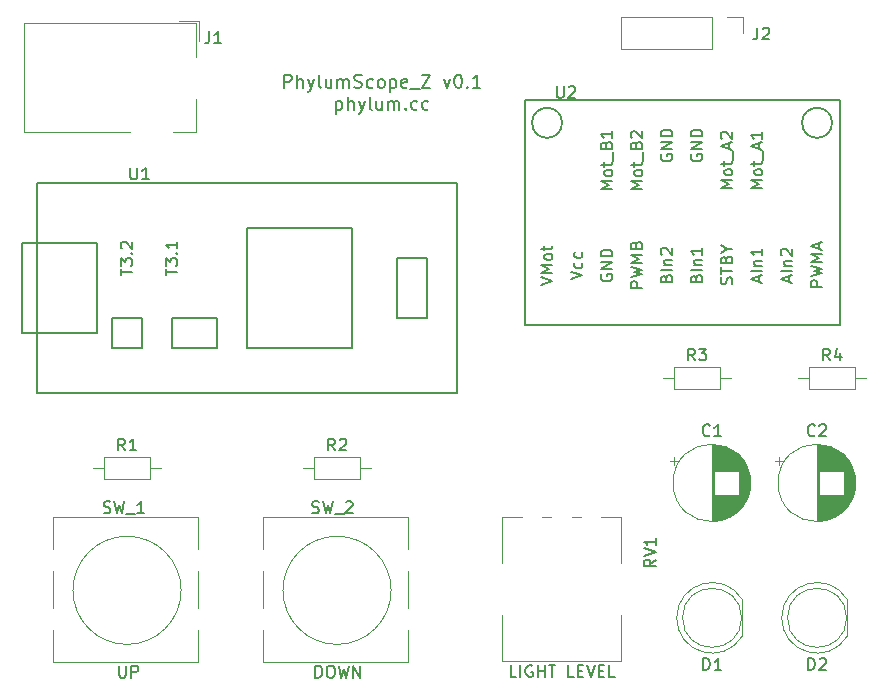
<source format=gbr>
%TF.GenerationSoftware,KiCad,Pcbnew,(5.1.6-0-10_14)*%
%TF.CreationDate,2020-06-20T16:27:27-04:00*%
%TF.ProjectId,PhylumScope_Z,5068796c-756d-4536-936f-70655f5a2e6b,rev?*%
%TF.SameCoordinates,Original*%
%TF.FileFunction,Legend,Top*%
%TF.FilePolarity,Positive*%
%FSLAX46Y46*%
G04 Gerber Fmt 4.6, Leading zero omitted, Abs format (unit mm)*
G04 Created by KiCad (PCBNEW (5.1.6-0-10_14)) date 2020-06-20 16:27:27*
%MOMM*%
%LPD*%
G01*
G04 APERTURE LIST*
%ADD10C,0.200000*%
%ADD11C,0.120000*%
%ADD12C,0.150000*%
G04 APERTURE END LIST*
D10*
X123803809Y-83392619D02*
X123803809Y-82292619D01*
X124222857Y-82292619D01*
X124327619Y-82345000D01*
X124380000Y-82397380D01*
X124432380Y-82502142D01*
X124432380Y-82659285D01*
X124380000Y-82764047D01*
X124327619Y-82816428D01*
X124222857Y-82868809D01*
X123803809Y-82868809D01*
X124903809Y-83392619D02*
X124903809Y-82292619D01*
X125375238Y-83392619D02*
X125375238Y-82816428D01*
X125322857Y-82711666D01*
X125218095Y-82659285D01*
X125060952Y-82659285D01*
X124956190Y-82711666D01*
X124903809Y-82764047D01*
X125794285Y-82659285D02*
X126056190Y-83392619D01*
X126318095Y-82659285D02*
X126056190Y-83392619D01*
X125951428Y-83654523D01*
X125899047Y-83706904D01*
X125794285Y-83759285D01*
X126894285Y-83392619D02*
X126789523Y-83340238D01*
X126737142Y-83235476D01*
X126737142Y-82292619D01*
X127784761Y-82659285D02*
X127784761Y-83392619D01*
X127313333Y-82659285D02*
X127313333Y-83235476D01*
X127365714Y-83340238D01*
X127470476Y-83392619D01*
X127627619Y-83392619D01*
X127732380Y-83340238D01*
X127784761Y-83287857D01*
X128308571Y-83392619D02*
X128308571Y-82659285D01*
X128308571Y-82764047D02*
X128360952Y-82711666D01*
X128465714Y-82659285D01*
X128622857Y-82659285D01*
X128727619Y-82711666D01*
X128780000Y-82816428D01*
X128780000Y-83392619D01*
X128780000Y-82816428D02*
X128832380Y-82711666D01*
X128937142Y-82659285D01*
X129094285Y-82659285D01*
X129199047Y-82711666D01*
X129251428Y-82816428D01*
X129251428Y-83392619D01*
X129722857Y-83340238D02*
X129880000Y-83392619D01*
X130141904Y-83392619D01*
X130246666Y-83340238D01*
X130299047Y-83287857D01*
X130351428Y-83183095D01*
X130351428Y-83078333D01*
X130299047Y-82973571D01*
X130246666Y-82921190D01*
X130141904Y-82868809D01*
X129932380Y-82816428D01*
X129827619Y-82764047D01*
X129775238Y-82711666D01*
X129722857Y-82606904D01*
X129722857Y-82502142D01*
X129775238Y-82397380D01*
X129827619Y-82345000D01*
X129932380Y-82292619D01*
X130194285Y-82292619D01*
X130351428Y-82345000D01*
X131294285Y-83340238D02*
X131189523Y-83392619D01*
X130980000Y-83392619D01*
X130875238Y-83340238D01*
X130822857Y-83287857D01*
X130770476Y-83183095D01*
X130770476Y-82868809D01*
X130822857Y-82764047D01*
X130875238Y-82711666D01*
X130980000Y-82659285D01*
X131189523Y-82659285D01*
X131294285Y-82711666D01*
X131922857Y-83392619D02*
X131818095Y-83340238D01*
X131765714Y-83287857D01*
X131713333Y-83183095D01*
X131713333Y-82868809D01*
X131765714Y-82764047D01*
X131818095Y-82711666D01*
X131922857Y-82659285D01*
X132080000Y-82659285D01*
X132184761Y-82711666D01*
X132237142Y-82764047D01*
X132289523Y-82868809D01*
X132289523Y-83183095D01*
X132237142Y-83287857D01*
X132184761Y-83340238D01*
X132080000Y-83392619D01*
X131922857Y-83392619D01*
X132760952Y-82659285D02*
X132760952Y-83759285D01*
X132760952Y-82711666D02*
X132865714Y-82659285D01*
X133075238Y-82659285D01*
X133180000Y-82711666D01*
X133232380Y-82764047D01*
X133284761Y-82868809D01*
X133284761Y-83183095D01*
X133232380Y-83287857D01*
X133180000Y-83340238D01*
X133075238Y-83392619D01*
X132865714Y-83392619D01*
X132760952Y-83340238D01*
X134175238Y-83340238D02*
X134070476Y-83392619D01*
X133860952Y-83392619D01*
X133756190Y-83340238D01*
X133703809Y-83235476D01*
X133703809Y-82816428D01*
X133756190Y-82711666D01*
X133860952Y-82659285D01*
X134070476Y-82659285D01*
X134175238Y-82711666D01*
X134227619Y-82816428D01*
X134227619Y-82921190D01*
X133703809Y-83025952D01*
X134437142Y-83497380D02*
X135275238Y-83497380D01*
X135432380Y-82292619D02*
X136165714Y-82292619D01*
X135432380Y-83392619D01*
X136165714Y-83392619D01*
X137318095Y-82659285D02*
X137580000Y-83392619D01*
X137841904Y-82659285D01*
X138470476Y-82292619D02*
X138575238Y-82292619D01*
X138680000Y-82345000D01*
X138732380Y-82397380D01*
X138784761Y-82502142D01*
X138837142Y-82711666D01*
X138837142Y-82973571D01*
X138784761Y-83183095D01*
X138732380Y-83287857D01*
X138680000Y-83340238D01*
X138575238Y-83392619D01*
X138470476Y-83392619D01*
X138365714Y-83340238D01*
X138313333Y-83287857D01*
X138260952Y-83183095D01*
X138208571Y-82973571D01*
X138208571Y-82711666D01*
X138260952Y-82502142D01*
X138313333Y-82397380D01*
X138365714Y-82345000D01*
X138470476Y-82292619D01*
X139308571Y-83287857D02*
X139360952Y-83340238D01*
X139308571Y-83392619D01*
X139256190Y-83340238D01*
X139308571Y-83287857D01*
X139308571Y-83392619D01*
X140408571Y-83392619D02*
X139780000Y-83392619D01*
X140094285Y-83392619D02*
X140094285Y-82292619D01*
X139989523Y-82449761D01*
X139884761Y-82554523D01*
X139780000Y-82606904D01*
X128203809Y-84509285D02*
X128203809Y-85609285D01*
X128203809Y-84561666D02*
X128308571Y-84509285D01*
X128518095Y-84509285D01*
X128622857Y-84561666D01*
X128675238Y-84614047D01*
X128727619Y-84718809D01*
X128727619Y-85033095D01*
X128675238Y-85137857D01*
X128622857Y-85190238D01*
X128518095Y-85242619D01*
X128308571Y-85242619D01*
X128203809Y-85190238D01*
X129199047Y-85242619D02*
X129199047Y-84142619D01*
X129670476Y-85242619D02*
X129670476Y-84666428D01*
X129618095Y-84561666D01*
X129513333Y-84509285D01*
X129356190Y-84509285D01*
X129251428Y-84561666D01*
X129199047Y-84614047D01*
X130089523Y-84509285D02*
X130351428Y-85242619D01*
X130613333Y-84509285D02*
X130351428Y-85242619D01*
X130246666Y-85504523D01*
X130194285Y-85556904D01*
X130089523Y-85609285D01*
X131189523Y-85242619D02*
X131084761Y-85190238D01*
X131032380Y-85085476D01*
X131032380Y-84142619D01*
X132080000Y-84509285D02*
X132080000Y-85242619D01*
X131608571Y-84509285D02*
X131608571Y-85085476D01*
X131660952Y-85190238D01*
X131765714Y-85242619D01*
X131922857Y-85242619D01*
X132027619Y-85190238D01*
X132080000Y-85137857D01*
X132603809Y-85242619D02*
X132603809Y-84509285D01*
X132603809Y-84614047D02*
X132656190Y-84561666D01*
X132760952Y-84509285D01*
X132918095Y-84509285D01*
X133022857Y-84561666D01*
X133075238Y-84666428D01*
X133075238Y-85242619D01*
X133075238Y-84666428D02*
X133127619Y-84561666D01*
X133232380Y-84509285D01*
X133389523Y-84509285D01*
X133494285Y-84561666D01*
X133546666Y-84666428D01*
X133546666Y-85242619D01*
X134070476Y-85137857D02*
X134122857Y-85190238D01*
X134070476Y-85242619D01*
X134018095Y-85190238D01*
X134070476Y-85137857D01*
X134070476Y-85242619D01*
X135065714Y-85190238D02*
X134960952Y-85242619D01*
X134751428Y-85242619D01*
X134646666Y-85190238D01*
X134594285Y-85137857D01*
X134541904Y-85033095D01*
X134541904Y-84718809D01*
X134594285Y-84614047D01*
X134646666Y-84561666D01*
X134751428Y-84509285D01*
X134960952Y-84509285D01*
X135065714Y-84561666D01*
X136008571Y-85190238D02*
X135903809Y-85242619D01*
X135694285Y-85242619D01*
X135589523Y-85190238D01*
X135537142Y-85137857D01*
X135484761Y-85033095D01*
X135484761Y-84718809D01*
X135537142Y-84614047D01*
X135589523Y-84561666D01*
X135694285Y-84509285D01*
X135903809Y-84509285D01*
X136008571Y-84561666D01*
D11*
%TO.C,J2*%
X162620000Y-77410000D02*
X162620000Y-78740000D01*
X161290000Y-77410000D02*
X162620000Y-77410000D01*
X160020000Y-77410000D02*
X160020000Y-80070000D01*
X160020000Y-80070000D02*
X152340000Y-80070000D01*
X160020000Y-77410000D02*
X152340000Y-77410000D01*
X152340000Y-77410000D02*
X152340000Y-80070000D01*
%TO.C,RV1*%
X152301000Y-119720000D02*
X152301000Y-123657000D01*
X152301000Y-128024000D02*
X152301000Y-131960000D01*
X142260000Y-119720000D02*
X142260000Y-123657000D01*
X142260000Y-128024000D02*
X142260000Y-131960000D01*
X152301000Y-119720000D02*
X150651000Y-119720000D01*
X148909000Y-119720000D02*
X148150000Y-119720000D01*
X146409000Y-119720000D02*
X145650000Y-119720000D01*
X143910000Y-119720000D02*
X142260000Y-119720000D01*
X152301000Y-131960000D02*
X142260000Y-131960000D01*
D12*
%TO.C,U2*%
X170180000Y-86360000D02*
G75*
G03*
X170180000Y-86360000I-1270000J0D01*
G01*
X147320000Y-86360000D02*
G75*
G03*
X147320000Y-86360000I-1270000J0D01*
G01*
X144145000Y-84455000D02*
X144145000Y-103505000D01*
X170815000Y-84455000D02*
X144145000Y-84455000D01*
X170815000Y-103505000D02*
X170815000Y-84455000D01*
X144145000Y-103505000D02*
X170815000Y-103505000D01*
%TO.C,U1*%
X102870000Y-104140000D02*
X101600000Y-104140000D01*
X101600000Y-104140000D02*
X101600000Y-96520000D01*
X101600000Y-96520000D02*
X102870000Y-96520000D01*
X114300000Y-105410000D02*
X118110000Y-105410000D01*
X118110000Y-105410000D02*
X118110000Y-102870000D01*
X118110000Y-102870000D02*
X114300000Y-102870000D01*
X114300000Y-102870000D02*
X114300000Y-105410000D01*
X107950000Y-104140000D02*
X107950000Y-96520000D01*
X107950000Y-96520000D02*
X102870000Y-96520000D01*
X107950000Y-104140000D02*
X102870000Y-104140000D01*
X109220000Y-105410000D02*
X111760000Y-105410000D01*
X111760000Y-105410000D02*
X111760000Y-102870000D01*
X111760000Y-102870000D02*
X109220000Y-102870000D01*
X109220000Y-102870000D02*
X109220000Y-105410000D01*
X135890000Y-97790000D02*
X135890000Y-102870000D01*
X135890000Y-102870000D02*
X133350000Y-102870000D01*
X133350000Y-102870000D02*
X133350000Y-97790000D01*
X133350000Y-97790000D02*
X135890000Y-97790000D01*
X129540000Y-105410000D02*
X129540000Y-95250000D01*
X120650000Y-95250000D02*
X120650000Y-105410000D01*
X129540000Y-95250000D02*
X120650000Y-95250000D01*
X129540000Y-105410000D02*
X120650000Y-105410000D01*
X102870000Y-91440000D02*
X138430000Y-91440000D01*
X138430000Y-91440000D02*
X138430000Y-109220000D01*
X138430000Y-109220000D02*
X102870000Y-109220000D01*
X102870000Y-109220000D02*
X102870000Y-91440000D01*
D11*
%TO.C,SW_2*%
X134320000Y-119750000D02*
X134320000Y-122470000D01*
X134320000Y-129330000D02*
X134320000Y-132050000D01*
X122020000Y-127470000D02*
X122020000Y-124330000D01*
X122020000Y-132050000D02*
X122020000Y-129330000D01*
X132849050Y-125940000D02*
G75*
G03*
X132849050Y-125940000I-4579050J0D01*
G01*
X122020000Y-122470000D02*
X122020000Y-119750000D01*
X134320000Y-132050000D02*
X122020000Y-132050000D01*
X134320000Y-124330000D02*
X134320000Y-127470000D01*
X122020000Y-119750000D02*
X134320000Y-119750000D01*
%TO.C,SW_1*%
X116540000Y-119750000D02*
X116540000Y-122470000D01*
X116540000Y-129330000D02*
X116540000Y-132050000D01*
X104240000Y-127470000D02*
X104240000Y-124330000D01*
X104240000Y-132050000D02*
X104240000Y-129330000D01*
X115069050Y-125940000D02*
G75*
G03*
X115069050Y-125940000I-4579050J0D01*
G01*
X104240000Y-122470000D02*
X104240000Y-119750000D01*
X116540000Y-132050000D02*
X104240000Y-132050000D01*
X116540000Y-124330000D02*
X116540000Y-127470000D01*
X104240000Y-119750000D02*
X116540000Y-119750000D01*
%TO.C,R4*%
X173050000Y-107950000D02*
X172100000Y-107950000D01*
X167310000Y-107950000D02*
X168260000Y-107950000D01*
X172100000Y-107030000D02*
X168260000Y-107030000D01*
X172100000Y-108870000D02*
X172100000Y-107030000D01*
X168260000Y-108870000D02*
X172100000Y-108870000D01*
X168260000Y-107030000D02*
X168260000Y-108870000D01*
%TO.C,R3*%
X156830000Y-107030000D02*
X156830000Y-108870000D01*
X156830000Y-108870000D02*
X160670000Y-108870000D01*
X160670000Y-108870000D02*
X160670000Y-107030000D01*
X160670000Y-107030000D02*
X156830000Y-107030000D01*
X155880000Y-107950000D02*
X156830000Y-107950000D01*
X161620000Y-107950000D02*
X160670000Y-107950000D01*
%TO.C,R2*%
X131140000Y-115570000D02*
X130190000Y-115570000D01*
X125400000Y-115570000D02*
X126350000Y-115570000D01*
X130190000Y-114650000D02*
X126350000Y-114650000D01*
X130190000Y-116490000D02*
X130190000Y-114650000D01*
X126350000Y-116490000D02*
X130190000Y-116490000D01*
X126350000Y-114650000D02*
X126350000Y-116490000D01*
%TO.C,R1*%
X113360000Y-115570000D02*
X112410000Y-115570000D01*
X107620000Y-115570000D02*
X108570000Y-115570000D01*
X112410000Y-114650000D02*
X108570000Y-114650000D01*
X112410000Y-116490000D02*
X112410000Y-114650000D01*
X108570000Y-116490000D02*
X112410000Y-116490000D01*
X108570000Y-114650000D02*
X108570000Y-116490000D01*
%TO.C,J1*%
X110770000Y-87150000D02*
X101770000Y-87150000D01*
X101770000Y-87150000D02*
X101770000Y-77950000D01*
X101770000Y-77950000D02*
X116370000Y-77950000D01*
X116370000Y-77950000D02*
X116370000Y-80750000D01*
X116370000Y-84350000D02*
X116370000Y-87150000D01*
X116370000Y-87150000D02*
X114370000Y-87150000D01*
X114870000Y-77710000D02*
X116610000Y-77710000D01*
X116610000Y-77710000D02*
X116610000Y-79450000D01*
%TO.C,D2*%
X171470000Y-129815000D02*
X171470000Y-126725000D01*
X171410000Y-128270000D02*
G75*
G03*
X171410000Y-128270000I-2500000J0D01*
G01*
X165920000Y-128270462D02*
G75*
G02*
X171470000Y-126725170I2990000J462D01*
G01*
X165920000Y-128269538D02*
G75*
G03*
X171470000Y-129814830I2990000J-462D01*
G01*
%TO.C,D1*%
X162580000Y-129815000D02*
X162580000Y-126725000D01*
X162520000Y-128270000D02*
G75*
G03*
X162520000Y-128270000I-2500000J0D01*
G01*
X157030000Y-128270462D02*
G75*
G02*
X162580000Y-126725170I2990000J462D01*
G01*
X157030000Y-128269538D02*
G75*
G03*
X162580000Y-129814830I2990000J-462D01*
G01*
%TO.C,C2*%
X165704759Y-114686000D02*
X165704759Y-115316000D01*
X165389759Y-115001000D02*
X166019759Y-115001000D01*
X172131000Y-116438000D02*
X172131000Y-117242000D01*
X172091000Y-116207000D02*
X172091000Y-117473000D01*
X172051000Y-116038000D02*
X172051000Y-117642000D01*
X172011000Y-115900000D02*
X172011000Y-117780000D01*
X171971000Y-115781000D02*
X171971000Y-117899000D01*
X171931000Y-115675000D02*
X171931000Y-118005000D01*
X171891000Y-115578000D02*
X171891000Y-118102000D01*
X171851000Y-115490000D02*
X171851000Y-118190000D01*
X171811000Y-115408000D02*
X171811000Y-118272000D01*
X171771000Y-115331000D02*
X171771000Y-118349000D01*
X171731000Y-115259000D02*
X171731000Y-118421000D01*
X171691000Y-115190000D02*
X171691000Y-118490000D01*
X171651000Y-115126000D02*
X171651000Y-118554000D01*
X171611000Y-115064000D02*
X171611000Y-118616000D01*
X171571000Y-115006000D02*
X171571000Y-118674000D01*
X171531000Y-114950000D02*
X171531000Y-118730000D01*
X171491000Y-114896000D02*
X171491000Y-118784000D01*
X171451000Y-114845000D02*
X171451000Y-118835000D01*
X171411000Y-114796000D02*
X171411000Y-118884000D01*
X171371000Y-114748000D02*
X171371000Y-118932000D01*
X171331000Y-114703000D02*
X171331000Y-118977000D01*
X171291000Y-114658000D02*
X171291000Y-119022000D01*
X171251000Y-114616000D02*
X171251000Y-119064000D01*
X171211000Y-114575000D02*
X171211000Y-119105000D01*
X171171000Y-117880000D02*
X171171000Y-119145000D01*
X171171000Y-114535000D02*
X171171000Y-115800000D01*
X171131000Y-117880000D02*
X171131000Y-119183000D01*
X171131000Y-114497000D02*
X171131000Y-115800000D01*
X171091000Y-117880000D02*
X171091000Y-119220000D01*
X171091000Y-114460000D02*
X171091000Y-115800000D01*
X171051000Y-117880000D02*
X171051000Y-119256000D01*
X171051000Y-114424000D02*
X171051000Y-115800000D01*
X171011000Y-117880000D02*
X171011000Y-119290000D01*
X171011000Y-114390000D02*
X171011000Y-115800000D01*
X170971000Y-117880000D02*
X170971000Y-119324000D01*
X170971000Y-114356000D02*
X170971000Y-115800000D01*
X170931000Y-117880000D02*
X170931000Y-119356000D01*
X170931000Y-114324000D02*
X170931000Y-115800000D01*
X170891000Y-117880000D02*
X170891000Y-119388000D01*
X170891000Y-114292000D02*
X170891000Y-115800000D01*
X170851000Y-117880000D02*
X170851000Y-119418000D01*
X170851000Y-114262000D02*
X170851000Y-115800000D01*
X170811000Y-117880000D02*
X170811000Y-119447000D01*
X170811000Y-114233000D02*
X170811000Y-115800000D01*
X170771000Y-117880000D02*
X170771000Y-119476000D01*
X170771000Y-114204000D02*
X170771000Y-115800000D01*
X170731000Y-117880000D02*
X170731000Y-119504000D01*
X170731000Y-114176000D02*
X170731000Y-115800000D01*
X170691000Y-117880000D02*
X170691000Y-119530000D01*
X170691000Y-114150000D02*
X170691000Y-115800000D01*
X170651000Y-117880000D02*
X170651000Y-119556000D01*
X170651000Y-114124000D02*
X170651000Y-115800000D01*
X170611000Y-117880000D02*
X170611000Y-119582000D01*
X170611000Y-114098000D02*
X170611000Y-115800000D01*
X170571000Y-117880000D02*
X170571000Y-119606000D01*
X170571000Y-114074000D02*
X170571000Y-115800000D01*
X170531000Y-117880000D02*
X170531000Y-119630000D01*
X170531000Y-114050000D02*
X170531000Y-115800000D01*
X170491000Y-117880000D02*
X170491000Y-119652000D01*
X170491000Y-114028000D02*
X170491000Y-115800000D01*
X170451000Y-117880000D02*
X170451000Y-119674000D01*
X170451000Y-114006000D02*
X170451000Y-115800000D01*
X170411000Y-117880000D02*
X170411000Y-119696000D01*
X170411000Y-113984000D02*
X170411000Y-115800000D01*
X170371000Y-117880000D02*
X170371000Y-119716000D01*
X170371000Y-113964000D02*
X170371000Y-115800000D01*
X170331000Y-117880000D02*
X170331000Y-119736000D01*
X170331000Y-113944000D02*
X170331000Y-115800000D01*
X170291000Y-117880000D02*
X170291000Y-119756000D01*
X170291000Y-113924000D02*
X170291000Y-115800000D01*
X170251000Y-117880000D02*
X170251000Y-119774000D01*
X170251000Y-113906000D02*
X170251000Y-115800000D01*
X170211000Y-117880000D02*
X170211000Y-119792000D01*
X170211000Y-113888000D02*
X170211000Y-115800000D01*
X170171000Y-117880000D02*
X170171000Y-119810000D01*
X170171000Y-113870000D02*
X170171000Y-115800000D01*
X170131000Y-117880000D02*
X170131000Y-119826000D01*
X170131000Y-113854000D02*
X170131000Y-115800000D01*
X170091000Y-117880000D02*
X170091000Y-119842000D01*
X170091000Y-113838000D02*
X170091000Y-115800000D01*
X170051000Y-117880000D02*
X170051000Y-119858000D01*
X170051000Y-113822000D02*
X170051000Y-115800000D01*
X170011000Y-117880000D02*
X170011000Y-119873000D01*
X170011000Y-113807000D02*
X170011000Y-115800000D01*
X169971000Y-117880000D02*
X169971000Y-119887000D01*
X169971000Y-113793000D02*
X169971000Y-115800000D01*
X169931000Y-117880000D02*
X169931000Y-119901000D01*
X169931000Y-113779000D02*
X169931000Y-115800000D01*
X169891000Y-117880000D02*
X169891000Y-119914000D01*
X169891000Y-113766000D02*
X169891000Y-115800000D01*
X169851000Y-117880000D02*
X169851000Y-119926000D01*
X169851000Y-113754000D02*
X169851000Y-115800000D01*
X169811000Y-117880000D02*
X169811000Y-119938000D01*
X169811000Y-113742000D02*
X169811000Y-115800000D01*
X169771000Y-117880000D02*
X169771000Y-119950000D01*
X169771000Y-113730000D02*
X169771000Y-115800000D01*
X169731000Y-117880000D02*
X169731000Y-119961000D01*
X169731000Y-113719000D02*
X169731000Y-115800000D01*
X169691000Y-117880000D02*
X169691000Y-119971000D01*
X169691000Y-113709000D02*
X169691000Y-115800000D01*
X169651000Y-117880000D02*
X169651000Y-119981000D01*
X169651000Y-113699000D02*
X169651000Y-115800000D01*
X169611000Y-117880000D02*
X169611000Y-119990000D01*
X169611000Y-113690000D02*
X169611000Y-115800000D01*
X169570000Y-117880000D02*
X169570000Y-119999000D01*
X169570000Y-113681000D02*
X169570000Y-115800000D01*
X169530000Y-117880000D02*
X169530000Y-120007000D01*
X169530000Y-113673000D02*
X169530000Y-115800000D01*
X169490000Y-117880000D02*
X169490000Y-120015000D01*
X169490000Y-113665000D02*
X169490000Y-115800000D01*
X169450000Y-117880000D02*
X169450000Y-120022000D01*
X169450000Y-113658000D02*
X169450000Y-115800000D01*
X169410000Y-117880000D02*
X169410000Y-120029000D01*
X169410000Y-113651000D02*
X169410000Y-115800000D01*
X169370000Y-117880000D02*
X169370000Y-120035000D01*
X169370000Y-113645000D02*
X169370000Y-115800000D01*
X169330000Y-117880000D02*
X169330000Y-120041000D01*
X169330000Y-113639000D02*
X169330000Y-115800000D01*
X169290000Y-117880000D02*
X169290000Y-120046000D01*
X169290000Y-113634000D02*
X169290000Y-115800000D01*
X169250000Y-117880000D02*
X169250000Y-120051000D01*
X169250000Y-113629000D02*
X169250000Y-115800000D01*
X169210000Y-117880000D02*
X169210000Y-120055000D01*
X169210000Y-113625000D02*
X169210000Y-115800000D01*
X169170000Y-117880000D02*
X169170000Y-120058000D01*
X169170000Y-113622000D02*
X169170000Y-115800000D01*
X169130000Y-117880000D02*
X169130000Y-120062000D01*
X169130000Y-113618000D02*
X169130000Y-115800000D01*
X169090000Y-113616000D02*
X169090000Y-120064000D01*
X169050000Y-113613000D02*
X169050000Y-120067000D01*
X169010000Y-113612000D02*
X169010000Y-120068000D01*
X168970000Y-113610000D02*
X168970000Y-120070000D01*
X168930000Y-113610000D02*
X168930000Y-120070000D01*
X168890000Y-113610000D02*
X168890000Y-120070000D01*
X172160000Y-116840000D02*
G75*
G03*
X172160000Y-116840000I-3270000J0D01*
G01*
%TO.C,C1*%
X156814759Y-114686000D02*
X156814759Y-115316000D01*
X156499759Y-115001000D02*
X157129759Y-115001000D01*
X163241000Y-116438000D02*
X163241000Y-117242000D01*
X163201000Y-116207000D02*
X163201000Y-117473000D01*
X163161000Y-116038000D02*
X163161000Y-117642000D01*
X163121000Y-115900000D02*
X163121000Y-117780000D01*
X163081000Y-115781000D02*
X163081000Y-117899000D01*
X163041000Y-115675000D02*
X163041000Y-118005000D01*
X163001000Y-115578000D02*
X163001000Y-118102000D01*
X162961000Y-115490000D02*
X162961000Y-118190000D01*
X162921000Y-115408000D02*
X162921000Y-118272000D01*
X162881000Y-115331000D02*
X162881000Y-118349000D01*
X162841000Y-115259000D02*
X162841000Y-118421000D01*
X162801000Y-115190000D02*
X162801000Y-118490000D01*
X162761000Y-115126000D02*
X162761000Y-118554000D01*
X162721000Y-115064000D02*
X162721000Y-118616000D01*
X162681000Y-115006000D02*
X162681000Y-118674000D01*
X162641000Y-114950000D02*
X162641000Y-118730000D01*
X162601000Y-114896000D02*
X162601000Y-118784000D01*
X162561000Y-114845000D02*
X162561000Y-118835000D01*
X162521000Y-114796000D02*
X162521000Y-118884000D01*
X162481000Y-114748000D02*
X162481000Y-118932000D01*
X162441000Y-114703000D02*
X162441000Y-118977000D01*
X162401000Y-114658000D02*
X162401000Y-119022000D01*
X162361000Y-114616000D02*
X162361000Y-119064000D01*
X162321000Y-114575000D02*
X162321000Y-119105000D01*
X162281000Y-117880000D02*
X162281000Y-119145000D01*
X162281000Y-114535000D02*
X162281000Y-115800000D01*
X162241000Y-117880000D02*
X162241000Y-119183000D01*
X162241000Y-114497000D02*
X162241000Y-115800000D01*
X162201000Y-117880000D02*
X162201000Y-119220000D01*
X162201000Y-114460000D02*
X162201000Y-115800000D01*
X162161000Y-117880000D02*
X162161000Y-119256000D01*
X162161000Y-114424000D02*
X162161000Y-115800000D01*
X162121000Y-117880000D02*
X162121000Y-119290000D01*
X162121000Y-114390000D02*
X162121000Y-115800000D01*
X162081000Y-117880000D02*
X162081000Y-119324000D01*
X162081000Y-114356000D02*
X162081000Y-115800000D01*
X162041000Y-117880000D02*
X162041000Y-119356000D01*
X162041000Y-114324000D02*
X162041000Y-115800000D01*
X162001000Y-117880000D02*
X162001000Y-119388000D01*
X162001000Y-114292000D02*
X162001000Y-115800000D01*
X161961000Y-117880000D02*
X161961000Y-119418000D01*
X161961000Y-114262000D02*
X161961000Y-115800000D01*
X161921000Y-117880000D02*
X161921000Y-119447000D01*
X161921000Y-114233000D02*
X161921000Y-115800000D01*
X161881000Y-117880000D02*
X161881000Y-119476000D01*
X161881000Y-114204000D02*
X161881000Y-115800000D01*
X161841000Y-117880000D02*
X161841000Y-119504000D01*
X161841000Y-114176000D02*
X161841000Y-115800000D01*
X161801000Y-117880000D02*
X161801000Y-119530000D01*
X161801000Y-114150000D02*
X161801000Y-115800000D01*
X161761000Y-117880000D02*
X161761000Y-119556000D01*
X161761000Y-114124000D02*
X161761000Y-115800000D01*
X161721000Y-117880000D02*
X161721000Y-119582000D01*
X161721000Y-114098000D02*
X161721000Y-115800000D01*
X161681000Y-117880000D02*
X161681000Y-119606000D01*
X161681000Y-114074000D02*
X161681000Y-115800000D01*
X161641000Y-117880000D02*
X161641000Y-119630000D01*
X161641000Y-114050000D02*
X161641000Y-115800000D01*
X161601000Y-117880000D02*
X161601000Y-119652000D01*
X161601000Y-114028000D02*
X161601000Y-115800000D01*
X161561000Y-117880000D02*
X161561000Y-119674000D01*
X161561000Y-114006000D02*
X161561000Y-115800000D01*
X161521000Y-117880000D02*
X161521000Y-119696000D01*
X161521000Y-113984000D02*
X161521000Y-115800000D01*
X161481000Y-117880000D02*
X161481000Y-119716000D01*
X161481000Y-113964000D02*
X161481000Y-115800000D01*
X161441000Y-117880000D02*
X161441000Y-119736000D01*
X161441000Y-113944000D02*
X161441000Y-115800000D01*
X161401000Y-117880000D02*
X161401000Y-119756000D01*
X161401000Y-113924000D02*
X161401000Y-115800000D01*
X161361000Y-117880000D02*
X161361000Y-119774000D01*
X161361000Y-113906000D02*
X161361000Y-115800000D01*
X161321000Y-117880000D02*
X161321000Y-119792000D01*
X161321000Y-113888000D02*
X161321000Y-115800000D01*
X161281000Y-117880000D02*
X161281000Y-119810000D01*
X161281000Y-113870000D02*
X161281000Y-115800000D01*
X161241000Y-117880000D02*
X161241000Y-119826000D01*
X161241000Y-113854000D02*
X161241000Y-115800000D01*
X161201000Y-117880000D02*
X161201000Y-119842000D01*
X161201000Y-113838000D02*
X161201000Y-115800000D01*
X161161000Y-117880000D02*
X161161000Y-119858000D01*
X161161000Y-113822000D02*
X161161000Y-115800000D01*
X161121000Y-117880000D02*
X161121000Y-119873000D01*
X161121000Y-113807000D02*
X161121000Y-115800000D01*
X161081000Y-117880000D02*
X161081000Y-119887000D01*
X161081000Y-113793000D02*
X161081000Y-115800000D01*
X161041000Y-117880000D02*
X161041000Y-119901000D01*
X161041000Y-113779000D02*
X161041000Y-115800000D01*
X161001000Y-117880000D02*
X161001000Y-119914000D01*
X161001000Y-113766000D02*
X161001000Y-115800000D01*
X160961000Y-117880000D02*
X160961000Y-119926000D01*
X160961000Y-113754000D02*
X160961000Y-115800000D01*
X160921000Y-117880000D02*
X160921000Y-119938000D01*
X160921000Y-113742000D02*
X160921000Y-115800000D01*
X160881000Y-117880000D02*
X160881000Y-119950000D01*
X160881000Y-113730000D02*
X160881000Y-115800000D01*
X160841000Y-117880000D02*
X160841000Y-119961000D01*
X160841000Y-113719000D02*
X160841000Y-115800000D01*
X160801000Y-117880000D02*
X160801000Y-119971000D01*
X160801000Y-113709000D02*
X160801000Y-115800000D01*
X160761000Y-117880000D02*
X160761000Y-119981000D01*
X160761000Y-113699000D02*
X160761000Y-115800000D01*
X160721000Y-117880000D02*
X160721000Y-119990000D01*
X160721000Y-113690000D02*
X160721000Y-115800000D01*
X160680000Y-117880000D02*
X160680000Y-119999000D01*
X160680000Y-113681000D02*
X160680000Y-115800000D01*
X160640000Y-117880000D02*
X160640000Y-120007000D01*
X160640000Y-113673000D02*
X160640000Y-115800000D01*
X160600000Y-117880000D02*
X160600000Y-120015000D01*
X160600000Y-113665000D02*
X160600000Y-115800000D01*
X160560000Y-117880000D02*
X160560000Y-120022000D01*
X160560000Y-113658000D02*
X160560000Y-115800000D01*
X160520000Y-117880000D02*
X160520000Y-120029000D01*
X160520000Y-113651000D02*
X160520000Y-115800000D01*
X160480000Y-117880000D02*
X160480000Y-120035000D01*
X160480000Y-113645000D02*
X160480000Y-115800000D01*
X160440000Y-117880000D02*
X160440000Y-120041000D01*
X160440000Y-113639000D02*
X160440000Y-115800000D01*
X160400000Y-117880000D02*
X160400000Y-120046000D01*
X160400000Y-113634000D02*
X160400000Y-115800000D01*
X160360000Y-117880000D02*
X160360000Y-120051000D01*
X160360000Y-113629000D02*
X160360000Y-115800000D01*
X160320000Y-117880000D02*
X160320000Y-120055000D01*
X160320000Y-113625000D02*
X160320000Y-115800000D01*
X160280000Y-117880000D02*
X160280000Y-120058000D01*
X160280000Y-113622000D02*
X160280000Y-115800000D01*
X160240000Y-117880000D02*
X160240000Y-120062000D01*
X160240000Y-113618000D02*
X160240000Y-115800000D01*
X160200000Y-113616000D02*
X160200000Y-120064000D01*
X160160000Y-113613000D02*
X160160000Y-120067000D01*
X160120000Y-113612000D02*
X160120000Y-120068000D01*
X160080000Y-113610000D02*
X160080000Y-120070000D01*
X160040000Y-113610000D02*
X160040000Y-120070000D01*
X160000000Y-113610000D02*
X160000000Y-120070000D01*
X163270000Y-116840000D02*
G75*
G03*
X163270000Y-116840000I-3270000J0D01*
G01*
%TO.C,J2*%
D12*
X163866666Y-78302380D02*
X163866666Y-79016666D01*
X163819047Y-79159523D01*
X163723809Y-79254761D01*
X163580952Y-79302380D01*
X163485714Y-79302380D01*
X164295238Y-78397619D02*
X164342857Y-78350000D01*
X164438095Y-78302380D01*
X164676190Y-78302380D01*
X164771428Y-78350000D01*
X164819047Y-78397619D01*
X164866666Y-78492857D01*
X164866666Y-78588095D01*
X164819047Y-78730952D01*
X164247619Y-79302380D01*
X164866666Y-79302380D01*
%TO.C,RV1*%
X155252380Y-123345238D02*
X154776190Y-123678571D01*
X155252380Y-123916666D02*
X154252380Y-123916666D01*
X154252380Y-123535714D01*
X154300000Y-123440476D01*
X154347619Y-123392857D01*
X154442857Y-123345238D01*
X154585714Y-123345238D01*
X154680952Y-123392857D01*
X154728571Y-123440476D01*
X154776190Y-123535714D01*
X154776190Y-123916666D01*
X154252380Y-123059523D02*
X155252380Y-122726190D01*
X154252380Y-122392857D01*
X155252380Y-121535714D02*
X155252380Y-122107142D01*
X155252380Y-121821428D02*
X154252380Y-121821428D01*
X154395238Y-121916666D01*
X154490476Y-122011904D01*
X154538095Y-122107142D01*
X143462857Y-133262380D02*
X142986666Y-133262380D01*
X142986666Y-132262380D01*
X143796190Y-133262380D02*
X143796190Y-132262380D01*
X144796190Y-132310000D02*
X144700952Y-132262380D01*
X144558095Y-132262380D01*
X144415238Y-132310000D01*
X144320000Y-132405238D01*
X144272380Y-132500476D01*
X144224761Y-132690952D01*
X144224761Y-132833809D01*
X144272380Y-133024285D01*
X144320000Y-133119523D01*
X144415238Y-133214761D01*
X144558095Y-133262380D01*
X144653333Y-133262380D01*
X144796190Y-133214761D01*
X144843809Y-133167142D01*
X144843809Y-132833809D01*
X144653333Y-132833809D01*
X145272380Y-133262380D02*
X145272380Y-132262380D01*
X145272380Y-132738571D02*
X145843809Y-132738571D01*
X145843809Y-133262380D02*
X145843809Y-132262380D01*
X146177142Y-132262380D02*
X146748571Y-132262380D01*
X146462857Y-133262380D02*
X146462857Y-132262380D01*
X148320000Y-133262380D02*
X147843809Y-133262380D01*
X147843809Y-132262380D01*
X148653333Y-132738571D02*
X148986666Y-132738571D01*
X149129523Y-133262380D02*
X148653333Y-133262380D01*
X148653333Y-132262380D01*
X149129523Y-132262380D01*
X149415238Y-132262380D02*
X149748571Y-133262380D01*
X150081904Y-132262380D01*
X150415238Y-132738571D02*
X150748571Y-132738571D01*
X150891428Y-133262380D02*
X150415238Y-133262380D01*
X150415238Y-132262380D01*
X150891428Y-132262380D01*
X151796190Y-133262380D02*
X151320000Y-133262380D01*
X151320000Y-132262380D01*
%TO.C,*%
%TO.C,U2*%
X146888295Y-83246980D02*
X146888295Y-84056504D01*
X146935914Y-84151742D01*
X146983533Y-84199361D01*
X147078771Y-84246980D01*
X147269247Y-84246980D01*
X147364485Y-84199361D01*
X147412104Y-84151742D01*
X147459723Y-84056504D01*
X147459723Y-83246980D01*
X147888295Y-83342219D02*
X147935914Y-83294600D01*
X148031152Y-83246980D01*
X148269247Y-83246980D01*
X148364485Y-83294600D01*
X148412104Y-83342219D01*
X148459723Y-83437457D01*
X148459723Y-83532695D01*
X148412104Y-83675552D01*
X147840676Y-84246980D01*
X148459723Y-84246980D01*
X151582380Y-91963571D02*
X150582380Y-91963571D01*
X151296666Y-91630238D01*
X150582380Y-91296904D01*
X151582380Y-91296904D01*
X151582380Y-90677857D02*
X151534761Y-90773095D01*
X151487142Y-90820714D01*
X151391904Y-90868333D01*
X151106190Y-90868333D01*
X151010952Y-90820714D01*
X150963333Y-90773095D01*
X150915714Y-90677857D01*
X150915714Y-90535000D01*
X150963333Y-90439761D01*
X151010952Y-90392142D01*
X151106190Y-90344523D01*
X151391904Y-90344523D01*
X151487142Y-90392142D01*
X151534761Y-90439761D01*
X151582380Y-90535000D01*
X151582380Y-90677857D01*
X150915714Y-90058809D02*
X150915714Y-89677857D01*
X150582380Y-89915952D02*
X151439523Y-89915952D01*
X151534761Y-89868333D01*
X151582380Y-89773095D01*
X151582380Y-89677857D01*
X151677619Y-89582619D02*
X151677619Y-88820714D01*
X151058571Y-88249285D02*
X151106190Y-88106428D01*
X151153809Y-88058809D01*
X151249047Y-88011190D01*
X151391904Y-88011190D01*
X151487142Y-88058809D01*
X151534761Y-88106428D01*
X151582380Y-88201666D01*
X151582380Y-88582619D01*
X150582380Y-88582619D01*
X150582380Y-88249285D01*
X150630000Y-88154047D01*
X150677619Y-88106428D01*
X150772857Y-88058809D01*
X150868095Y-88058809D01*
X150963333Y-88106428D01*
X151010952Y-88154047D01*
X151058571Y-88249285D01*
X151058571Y-88582619D01*
X151582380Y-87058809D02*
X151582380Y-87630238D01*
X151582380Y-87344523D02*
X150582380Y-87344523D01*
X150725238Y-87439761D01*
X150820476Y-87535000D01*
X150868095Y-87630238D01*
X154122380Y-91963571D02*
X153122380Y-91963571D01*
X153836666Y-91630238D01*
X153122380Y-91296904D01*
X154122380Y-91296904D01*
X154122380Y-90677857D02*
X154074761Y-90773095D01*
X154027142Y-90820714D01*
X153931904Y-90868333D01*
X153646190Y-90868333D01*
X153550952Y-90820714D01*
X153503333Y-90773095D01*
X153455714Y-90677857D01*
X153455714Y-90535000D01*
X153503333Y-90439761D01*
X153550952Y-90392142D01*
X153646190Y-90344523D01*
X153931904Y-90344523D01*
X154027142Y-90392142D01*
X154074761Y-90439761D01*
X154122380Y-90535000D01*
X154122380Y-90677857D01*
X153455714Y-90058809D02*
X153455714Y-89677857D01*
X153122380Y-89915952D02*
X153979523Y-89915952D01*
X154074761Y-89868333D01*
X154122380Y-89773095D01*
X154122380Y-89677857D01*
X154217619Y-89582619D02*
X154217619Y-88820714D01*
X153598571Y-88249285D02*
X153646190Y-88106428D01*
X153693809Y-88058809D01*
X153789047Y-88011190D01*
X153931904Y-88011190D01*
X154027142Y-88058809D01*
X154074761Y-88106428D01*
X154122380Y-88201666D01*
X154122380Y-88582619D01*
X153122380Y-88582619D01*
X153122380Y-88249285D01*
X153170000Y-88154047D01*
X153217619Y-88106428D01*
X153312857Y-88058809D01*
X153408095Y-88058809D01*
X153503333Y-88106428D01*
X153550952Y-88154047D01*
X153598571Y-88249285D01*
X153598571Y-88582619D01*
X153217619Y-87630238D02*
X153170000Y-87582619D01*
X153122380Y-87487380D01*
X153122380Y-87249285D01*
X153170000Y-87154047D01*
X153217619Y-87106428D01*
X153312857Y-87058809D01*
X153408095Y-87058809D01*
X153550952Y-87106428D01*
X154122380Y-87677857D01*
X154122380Y-87058809D01*
X155710000Y-89026904D02*
X155662380Y-89122142D01*
X155662380Y-89265000D01*
X155710000Y-89407857D01*
X155805238Y-89503095D01*
X155900476Y-89550714D01*
X156090952Y-89598333D01*
X156233809Y-89598333D01*
X156424285Y-89550714D01*
X156519523Y-89503095D01*
X156614761Y-89407857D01*
X156662380Y-89265000D01*
X156662380Y-89169761D01*
X156614761Y-89026904D01*
X156567142Y-88979285D01*
X156233809Y-88979285D01*
X156233809Y-89169761D01*
X156662380Y-88550714D02*
X155662380Y-88550714D01*
X156662380Y-87979285D01*
X155662380Y-87979285D01*
X156662380Y-87503095D02*
X155662380Y-87503095D01*
X155662380Y-87265000D01*
X155710000Y-87122142D01*
X155805238Y-87026904D01*
X155900476Y-86979285D01*
X156090952Y-86931666D01*
X156233809Y-86931666D01*
X156424285Y-86979285D01*
X156519523Y-87026904D01*
X156614761Y-87122142D01*
X156662380Y-87265000D01*
X156662380Y-87503095D01*
X158250000Y-89026904D02*
X158202380Y-89122142D01*
X158202380Y-89265000D01*
X158250000Y-89407857D01*
X158345238Y-89503095D01*
X158440476Y-89550714D01*
X158630952Y-89598333D01*
X158773809Y-89598333D01*
X158964285Y-89550714D01*
X159059523Y-89503095D01*
X159154761Y-89407857D01*
X159202380Y-89265000D01*
X159202380Y-89169761D01*
X159154761Y-89026904D01*
X159107142Y-88979285D01*
X158773809Y-88979285D01*
X158773809Y-89169761D01*
X159202380Y-88550714D02*
X158202380Y-88550714D01*
X159202380Y-87979285D01*
X158202380Y-87979285D01*
X159202380Y-87503095D02*
X158202380Y-87503095D01*
X158202380Y-87265000D01*
X158250000Y-87122142D01*
X158345238Y-87026904D01*
X158440476Y-86979285D01*
X158630952Y-86931666D01*
X158773809Y-86931666D01*
X158964285Y-86979285D01*
X159059523Y-87026904D01*
X159154761Y-87122142D01*
X159202380Y-87265000D01*
X159202380Y-87503095D01*
X161742380Y-91892142D02*
X160742380Y-91892142D01*
X161456666Y-91558809D01*
X160742380Y-91225476D01*
X161742380Y-91225476D01*
X161742380Y-90606428D02*
X161694761Y-90701666D01*
X161647142Y-90749285D01*
X161551904Y-90796904D01*
X161266190Y-90796904D01*
X161170952Y-90749285D01*
X161123333Y-90701666D01*
X161075714Y-90606428D01*
X161075714Y-90463571D01*
X161123333Y-90368333D01*
X161170952Y-90320714D01*
X161266190Y-90273095D01*
X161551904Y-90273095D01*
X161647142Y-90320714D01*
X161694761Y-90368333D01*
X161742380Y-90463571D01*
X161742380Y-90606428D01*
X161075714Y-89987380D02*
X161075714Y-89606428D01*
X160742380Y-89844523D02*
X161599523Y-89844523D01*
X161694761Y-89796904D01*
X161742380Y-89701666D01*
X161742380Y-89606428D01*
X161837619Y-89511190D02*
X161837619Y-88749285D01*
X161456666Y-88558809D02*
X161456666Y-88082619D01*
X161742380Y-88654047D02*
X160742380Y-88320714D01*
X161742380Y-87987380D01*
X160837619Y-87701666D02*
X160790000Y-87654047D01*
X160742380Y-87558809D01*
X160742380Y-87320714D01*
X160790000Y-87225476D01*
X160837619Y-87177857D01*
X160932857Y-87130238D01*
X161028095Y-87130238D01*
X161170952Y-87177857D01*
X161742380Y-87749285D01*
X161742380Y-87130238D01*
X164282380Y-91892142D02*
X163282380Y-91892142D01*
X163996666Y-91558809D01*
X163282380Y-91225476D01*
X164282380Y-91225476D01*
X164282380Y-90606428D02*
X164234761Y-90701666D01*
X164187142Y-90749285D01*
X164091904Y-90796904D01*
X163806190Y-90796904D01*
X163710952Y-90749285D01*
X163663333Y-90701666D01*
X163615714Y-90606428D01*
X163615714Y-90463571D01*
X163663333Y-90368333D01*
X163710952Y-90320714D01*
X163806190Y-90273095D01*
X164091904Y-90273095D01*
X164187142Y-90320714D01*
X164234761Y-90368333D01*
X164282380Y-90463571D01*
X164282380Y-90606428D01*
X163615714Y-89987380D02*
X163615714Y-89606428D01*
X163282380Y-89844523D02*
X164139523Y-89844523D01*
X164234761Y-89796904D01*
X164282380Y-89701666D01*
X164282380Y-89606428D01*
X164377619Y-89511190D02*
X164377619Y-88749285D01*
X163996666Y-88558809D02*
X163996666Y-88082619D01*
X164282380Y-88654047D02*
X163282380Y-88320714D01*
X164282380Y-87987380D01*
X164282380Y-87130238D02*
X164282380Y-87701666D01*
X164282380Y-87415952D02*
X163282380Y-87415952D01*
X163425238Y-87511190D01*
X163520476Y-87606428D01*
X163568095Y-87701666D01*
X169362380Y-100258333D02*
X168362380Y-100258333D01*
X168362380Y-99877380D01*
X168410000Y-99782142D01*
X168457619Y-99734523D01*
X168552857Y-99686904D01*
X168695714Y-99686904D01*
X168790952Y-99734523D01*
X168838571Y-99782142D01*
X168886190Y-99877380D01*
X168886190Y-100258333D01*
X168362380Y-99353571D02*
X169362380Y-99115476D01*
X168648095Y-98925000D01*
X169362380Y-98734523D01*
X168362380Y-98496428D01*
X169362380Y-98115476D02*
X168362380Y-98115476D01*
X169076666Y-97782142D01*
X168362380Y-97448809D01*
X169362380Y-97448809D01*
X169076666Y-97020238D02*
X169076666Y-96544047D01*
X169362380Y-97115476D02*
X168362380Y-96782142D01*
X169362380Y-96448809D01*
X166536666Y-99829761D02*
X166536666Y-99353571D01*
X166822380Y-99925000D02*
X165822380Y-99591666D01*
X166822380Y-99258333D01*
X166822380Y-98925000D02*
X165822380Y-98925000D01*
X166155714Y-98448809D02*
X166822380Y-98448809D01*
X166250952Y-98448809D02*
X166203333Y-98401190D01*
X166155714Y-98305952D01*
X166155714Y-98163095D01*
X166203333Y-98067857D01*
X166298571Y-98020238D01*
X166822380Y-98020238D01*
X165917619Y-97591666D02*
X165870000Y-97544047D01*
X165822380Y-97448809D01*
X165822380Y-97210714D01*
X165870000Y-97115476D01*
X165917619Y-97067857D01*
X166012857Y-97020238D01*
X166108095Y-97020238D01*
X166250952Y-97067857D01*
X166822380Y-97639285D01*
X166822380Y-97020238D01*
X163996666Y-99829761D02*
X163996666Y-99353571D01*
X164282380Y-99925000D02*
X163282380Y-99591666D01*
X164282380Y-99258333D01*
X164282380Y-98925000D02*
X163282380Y-98925000D01*
X163615714Y-98448809D02*
X164282380Y-98448809D01*
X163710952Y-98448809D02*
X163663333Y-98401190D01*
X163615714Y-98305952D01*
X163615714Y-98163095D01*
X163663333Y-98067857D01*
X163758571Y-98020238D01*
X164282380Y-98020238D01*
X164282380Y-97020238D02*
X164282380Y-97591666D01*
X164282380Y-97305952D02*
X163282380Y-97305952D01*
X163425238Y-97401190D01*
X163520476Y-97496428D01*
X163568095Y-97591666D01*
X161694761Y-100020238D02*
X161742380Y-99877380D01*
X161742380Y-99639285D01*
X161694761Y-99544047D01*
X161647142Y-99496428D01*
X161551904Y-99448809D01*
X161456666Y-99448809D01*
X161361428Y-99496428D01*
X161313809Y-99544047D01*
X161266190Y-99639285D01*
X161218571Y-99829761D01*
X161170952Y-99925000D01*
X161123333Y-99972619D01*
X161028095Y-100020238D01*
X160932857Y-100020238D01*
X160837619Y-99972619D01*
X160790000Y-99925000D01*
X160742380Y-99829761D01*
X160742380Y-99591666D01*
X160790000Y-99448809D01*
X160742380Y-99163095D02*
X160742380Y-98591666D01*
X161742380Y-98877380D02*
X160742380Y-98877380D01*
X161218571Y-97925000D02*
X161266190Y-97782142D01*
X161313809Y-97734523D01*
X161409047Y-97686904D01*
X161551904Y-97686904D01*
X161647142Y-97734523D01*
X161694761Y-97782142D01*
X161742380Y-97877380D01*
X161742380Y-98258333D01*
X160742380Y-98258333D01*
X160742380Y-97925000D01*
X160790000Y-97829761D01*
X160837619Y-97782142D01*
X160932857Y-97734523D01*
X161028095Y-97734523D01*
X161123333Y-97782142D01*
X161170952Y-97829761D01*
X161218571Y-97925000D01*
X161218571Y-98258333D01*
X161266190Y-97067857D02*
X161742380Y-97067857D01*
X160742380Y-97401190D02*
X161266190Y-97067857D01*
X160742380Y-96734523D01*
X158678571Y-99520238D02*
X158726190Y-99377380D01*
X158773809Y-99329761D01*
X158869047Y-99282142D01*
X159011904Y-99282142D01*
X159107142Y-99329761D01*
X159154761Y-99377380D01*
X159202380Y-99472619D01*
X159202380Y-99853571D01*
X158202380Y-99853571D01*
X158202380Y-99520238D01*
X158250000Y-99425000D01*
X158297619Y-99377380D01*
X158392857Y-99329761D01*
X158488095Y-99329761D01*
X158583333Y-99377380D01*
X158630952Y-99425000D01*
X158678571Y-99520238D01*
X158678571Y-99853571D01*
X159202380Y-98853571D02*
X158202380Y-98853571D01*
X158535714Y-98377380D02*
X159202380Y-98377380D01*
X158630952Y-98377380D02*
X158583333Y-98329761D01*
X158535714Y-98234523D01*
X158535714Y-98091666D01*
X158583333Y-97996428D01*
X158678571Y-97948809D01*
X159202380Y-97948809D01*
X159202380Y-96948809D02*
X159202380Y-97520238D01*
X159202380Y-97234523D02*
X158202380Y-97234523D01*
X158345238Y-97329761D01*
X158440476Y-97425000D01*
X158488095Y-97520238D01*
X156138571Y-99520238D02*
X156186190Y-99377380D01*
X156233809Y-99329761D01*
X156329047Y-99282142D01*
X156471904Y-99282142D01*
X156567142Y-99329761D01*
X156614761Y-99377380D01*
X156662380Y-99472619D01*
X156662380Y-99853571D01*
X155662380Y-99853571D01*
X155662380Y-99520238D01*
X155710000Y-99425000D01*
X155757619Y-99377380D01*
X155852857Y-99329761D01*
X155948095Y-99329761D01*
X156043333Y-99377380D01*
X156090952Y-99425000D01*
X156138571Y-99520238D01*
X156138571Y-99853571D01*
X156662380Y-98853571D02*
X155662380Y-98853571D01*
X155995714Y-98377380D02*
X156662380Y-98377380D01*
X156090952Y-98377380D02*
X156043333Y-98329761D01*
X155995714Y-98234523D01*
X155995714Y-98091666D01*
X156043333Y-97996428D01*
X156138571Y-97948809D01*
X156662380Y-97948809D01*
X155757619Y-97520238D02*
X155710000Y-97472619D01*
X155662380Y-97377380D01*
X155662380Y-97139285D01*
X155710000Y-97044047D01*
X155757619Y-96996428D01*
X155852857Y-96948809D01*
X155948095Y-96948809D01*
X156090952Y-96996428D01*
X156662380Y-97567857D01*
X156662380Y-96948809D01*
X154122380Y-100329761D02*
X153122380Y-100329761D01*
X153122380Y-99948809D01*
X153170000Y-99853571D01*
X153217619Y-99805952D01*
X153312857Y-99758333D01*
X153455714Y-99758333D01*
X153550952Y-99805952D01*
X153598571Y-99853571D01*
X153646190Y-99948809D01*
X153646190Y-100329761D01*
X153122380Y-99425000D02*
X154122380Y-99186904D01*
X153408095Y-98996428D01*
X154122380Y-98805952D01*
X153122380Y-98567857D01*
X154122380Y-98186904D02*
X153122380Y-98186904D01*
X153836666Y-97853571D01*
X153122380Y-97520238D01*
X154122380Y-97520238D01*
X153598571Y-96710714D02*
X153646190Y-96567857D01*
X153693809Y-96520238D01*
X153789047Y-96472619D01*
X153931904Y-96472619D01*
X154027142Y-96520238D01*
X154074761Y-96567857D01*
X154122380Y-96663095D01*
X154122380Y-97044047D01*
X153122380Y-97044047D01*
X153122380Y-96710714D01*
X153170000Y-96615476D01*
X153217619Y-96567857D01*
X153312857Y-96520238D01*
X153408095Y-96520238D01*
X153503333Y-96567857D01*
X153550952Y-96615476D01*
X153598571Y-96710714D01*
X153598571Y-97044047D01*
X150630000Y-99186904D02*
X150582380Y-99282142D01*
X150582380Y-99425000D01*
X150630000Y-99567857D01*
X150725238Y-99663095D01*
X150820476Y-99710714D01*
X151010952Y-99758333D01*
X151153809Y-99758333D01*
X151344285Y-99710714D01*
X151439523Y-99663095D01*
X151534761Y-99567857D01*
X151582380Y-99425000D01*
X151582380Y-99329761D01*
X151534761Y-99186904D01*
X151487142Y-99139285D01*
X151153809Y-99139285D01*
X151153809Y-99329761D01*
X151582380Y-98710714D02*
X150582380Y-98710714D01*
X151582380Y-98139285D01*
X150582380Y-98139285D01*
X151582380Y-97663095D02*
X150582380Y-97663095D01*
X150582380Y-97425000D01*
X150630000Y-97282142D01*
X150725238Y-97186904D01*
X150820476Y-97139285D01*
X151010952Y-97091666D01*
X151153809Y-97091666D01*
X151344285Y-97139285D01*
X151439523Y-97186904D01*
X151534761Y-97282142D01*
X151582380Y-97425000D01*
X151582380Y-97663095D01*
X148042380Y-99615476D02*
X149042380Y-99282142D01*
X148042380Y-98948809D01*
X148994761Y-98186904D02*
X149042380Y-98282142D01*
X149042380Y-98472619D01*
X148994761Y-98567857D01*
X148947142Y-98615476D01*
X148851904Y-98663095D01*
X148566190Y-98663095D01*
X148470952Y-98615476D01*
X148423333Y-98567857D01*
X148375714Y-98472619D01*
X148375714Y-98282142D01*
X148423333Y-98186904D01*
X148994761Y-97329761D02*
X149042380Y-97425000D01*
X149042380Y-97615476D01*
X148994761Y-97710714D01*
X148947142Y-97758333D01*
X148851904Y-97805952D01*
X148566190Y-97805952D01*
X148470952Y-97758333D01*
X148423333Y-97710714D01*
X148375714Y-97615476D01*
X148375714Y-97425000D01*
X148423333Y-97329761D01*
X145502380Y-100067857D02*
X146502380Y-99734523D01*
X145502380Y-99401190D01*
X146502380Y-99067857D02*
X145502380Y-99067857D01*
X146216666Y-98734523D01*
X145502380Y-98401190D01*
X146502380Y-98401190D01*
X146502380Y-97782142D02*
X146454761Y-97877380D01*
X146407142Y-97925000D01*
X146311904Y-97972619D01*
X146026190Y-97972619D01*
X145930952Y-97925000D01*
X145883333Y-97877380D01*
X145835714Y-97782142D01*
X145835714Y-97639285D01*
X145883333Y-97544047D01*
X145930952Y-97496428D01*
X146026190Y-97448809D01*
X146311904Y-97448809D01*
X146407142Y-97496428D01*
X146454761Y-97544047D01*
X146502380Y-97639285D01*
X146502380Y-97782142D01*
X145835714Y-97163095D02*
X145835714Y-96782142D01*
X145502380Y-97020238D02*
X146359523Y-97020238D01*
X146454761Y-96972619D01*
X146502380Y-96877380D01*
X146502380Y-96782142D01*
%TO.C,U1*%
X110769495Y-90155780D02*
X110769495Y-90965304D01*
X110817114Y-91060542D01*
X110864733Y-91108161D01*
X110959971Y-91155780D01*
X111150447Y-91155780D01*
X111245685Y-91108161D01*
X111293304Y-91060542D01*
X111340923Y-90965304D01*
X111340923Y-90155780D01*
X112340923Y-91155780D02*
X111769495Y-91155780D01*
X112055209Y-91155780D02*
X112055209Y-90155780D01*
X111959971Y-90298638D01*
X111864733Y-90393876D01*
X111769495Y-90441495D01*
X113752380Y-99266190D02*
X113752380Y-98694761D01*
X114752380Y-98980476D02*
X113752380Y-98980476D01*
X113752380Y-98456666D02*
X113752380Y-97837619D01*
X114133333Y-98170952D01*
X114133333Y-98028095D01*
X114180952Y-97932857D01*
X114228571Y-97885238D01*
X114323809Y-97837619D01*
X114561904Y-97837619D01*
X114657142Y-97885238D01*
X114704761Y-97932857D01*
X114752380Y-98028095D01*
X114752380Y-98313809D01*
X114704761Y-98409047D01*
X114657142Y-98456666D01*
X114657142Y-97409047D02*
X114704761Y-97361428D01*
X114752380Y-97409047D01*
X114704761Y-97456666D01*
X114657142Y-97409047D01*
X114752380Y-97409047D01*
X114752380Y-96409047D02*
X114752380Y-96980476D01*
X114752380Y-96694761D02*
X113752380Y-96694761D01*
X113895238Y-96790000D01*
X113990476Y-96885238D01*
X114038095Y-96980476D01*
X109942380Y-99266190D02*
X109942380Y-98694761D01*
X110942380Y-98980476D02*
X109942380Y-98980476D01*
X109942380Y-98456666D02*
X109942380Y-97837619D01*
X110323333Y-98170952D01*
X110323333Y-98028095D01*
X110370952Y-97932857D01*
X110418571Y-97885238D01*
X110513809Y-97837619D01*
X110751904Y-97837619D01*
X110847142Y-97885238D01*
X110894761Y-97932857D01*
X110942380Y-98028095D01*
X110942380Y-98313809D01*
X110894761Y-98409047D01*
X110847142Y-98456666D01*
X110847142Y-97409047D02*
X110894761Y-97361428D01*
X110942380Y-97409047D01*
X110894761Y-97456666D01*
X110847142Y-97409047D01*
X110942380Y-97409047D01*
X110037619Y-96980476D02*
X109990000Y-96932857D01*
X109942380Y-96837619D01*
X109942380Y-96599523D01*
X109990000Y-96504285D01*
X110037619Y-96456666D01*
X110132857Y-96409047D01*
X110228095Y-96409047D01*
X110370952Y-96456666D01*
X110942380Y-97028095D01*
X110942380Y-96409047D01*
%TO.C,SW_2*%
X126160714Y-119354761D02*
X126303571Y-119402380D01*
X126541666Y-119402380D01*
X126636904Y-119354761D01*
X126684523Y-119307142D01*
X126732142Y-119211904D01*
X126732142Y-119116666D01*
X126684523Y-119021428D01*
X126636904Y-118973809D01*
X126541666Y-118926190D01*
X126351190Y-118878571D01*
X126255952Y-118830952D01*
X126208333Y-118783333D01*
X126160714Y-118688095D01*
X126160714Y-118592857D01*
X126208333Y-118497619D01*
X126255952Y-118450000D01*
X126351190Y-118402380D01*
X126589285Y-118402380D01*
X126732142Y-118450000D01*
X127065476Y-118402380D02*
X127303571Y-119402380D01*
X127494047Y-118688095D01*
X127684523Y-119402380D01*
X127922619Y-118402380D01*
X128065476Y-119497619D02*
X128827380Y-119497619D01*
X129017857Y-118497619D02*
X129065476Y-118450000D01*
X129160714Y-118402380D01*
X129398809Y-118402380D01*
X129494047Y-118450000D01*
X129541666Y-118497619D01*
X129589285Y-118592857D01*
X129589285Y-118688095D01*
X129541666Y-118830952D01*
X128970238Y-119402380D01*
X129589285Y-119402380D01*
X126444047Y-133327380D02*
X126444047Y-132327380D01*
X126682142Y-132327380D01*
X126825000Y-132375000D01*
X126920238Y-132470238D01*
X126967857Y-132565476D01*
X127015476Y-132755952D01*
X127015476Y-132898809D01*
X126967857Y-133089285D01*
X126920238Y-133184523D01*
X126825000Y-133279761D01*
X126682142Y-133327380D01*
X126444047Y-133327380D01*
X127634523Y-132327380D02*
X127825000Y-132327380D01*
X127920238Y-132375000D01*
X128015476Y-132470238D01*
X128063095Y-132660714D01*
X128063095Y-132994047D01*
X128015476Y-133184523D01*
X127920238Y-133279761D01*
X127825000Y-133327380D01*
X127634523Y-133327380D01*
X127539285Y-133279761D01*
X127444047Y-133184523D01*
X127396428Y-132994047D01*
X127396428Y-132660714D01*
X127444047Y-132470238D01*
X127539285Y-132375000D01*
X127634523Y-132327380D01*
X128396428Y-132327380D02*
X128634523Y-133327380D01*
X128825000Y-132613095D01*
X129015476Y-133327380D01*
X129253571Y-132327380D01*
X129634523Y-133327380D02*
X129634523Y-132327380D01*
X130205952Y-133327380D01*
X130205952Y-132327380D01*
%TO.C,SW_1*%
X108510714Y-119354761D02*
X108653571Y-119402380D01*
X108891666Y-119402380D01*
X108986904Y-119354761D01*
X109034523Y-119307142D01*
X109082142Y-119211904D01*
X109082142Y-119116666D01*
X109034523Y-119021428D01*
X108986904Y-118973809D01*
X108891666Y-118926190D01*
X108701190Y-118878571D01*
X108605952Y-118830952D01*
X108558333Y-118783333D01*
X108510714Y-118688095D01*
X108510714Y-118592857D01*
X108558333Y-118497619D01*
X108605952Y-118450000D01*
X108701190Y-118402380D01*
X108939285Y-118402380D01*
X109082142Y-118450000D01*
X109415476Y-118402380D02*
X109653571Y-119402380D01*
X109844047Y-118688095D01*
X110034523Y-119402380D01*
X110272619Y-118402380D01*
X110415476Y-119497619D02*
X111177380Y-119497619D01*
X111939285Y-119402380D02*
X111367857Y-119402380D01*
X111653571Y-119402380D02*
X111653571Y-118402380D01*
X111558333Y-118545238D01*
X111463095Y-118640476D01*
X111367857Y-118688095D01*
X109814285Y-132327380D02*
X109814285Y-133136904D01*
X109861904Y-133232142D01*
X109909523Y-133279761D01*
X110004761Y-133327380D01*
X110195238Y-133327380D01*
X110290476Y-133279761D01*
X110338095Y-133232142D01*
X110385714Y-133136904D01*
X110385714Y-132327380D01*
X110861904Y-133327380D02*
X110861904Y-132327380D01*
X111242857Y-132327380D01*
X111338095Y-132375000D01*
X111385714Y-132422619D01*
X111433333Y-132517857D01*
X111433333Y-132660714D01*
X111385714Y-132755952D01*
X111338095Y-132803571D01*
X111242857Y-132851190D01*
X110861904Y-132851190D01*
%TO.C,R4*%
X170013333Y-106482380D02*
X169680000Y-106006190D01*
X169441904Y-106482380D02*
X169441904Y-105482380D01*
X169822857Y-105482380D01*
X169918095Y-105530000D01*
X169965714Y-105577619D01*
X170013333Y-105672857D01*
X170013333Y-105815714D01*
X169965714Y-105910952D01*
X169918095Y-105958571D01*
X169822857Y-106006190D01*
X169441904Y-106006190D01*
X170870476Y-105815714D02*
X170870476Y-106482380D01*
X170632380Y-105434761D02*
X170394285Y-106149047D01*
X171013333Y-106149047D01*
%TO.C,R3*%
X158583333Y-106482380D02*
X158250000Y-106006190D01*
X158011904Y-106482380D02*
X158011904Y-105482380D01*
X158392857Y-105482380D01*
X158488095Y-105530000D01*
X158535714Y-105577619D01*
X158583333Y-105672857D01*
X158583333Y-105815714D01*
X158535714Y-105910952D01*
X158488095Y-105958571D01*
X158392857Y-106006190D01*
X158011904Y-106006190D01*
X158916666Y-105482380D02*
X159535714Y-105482380D01*
X159202380Y-105863333D01*
X159345238Y-105863333D01*
X159440476Y-105910952D01*
X159488095Y-105958571D01*
X159535714Y-106053809D01*
X159535714Y-106291904D01*
X159488095Y-106387142D01*
X159440476Y-106434761D01*
X159345238Y-106482380D01*
X159059523Y-106482380D01*
X158964285Y-106434761D01*
X158916666Y-106387142D01*
%TO.C,R2*%
X128103333Y-114102380D02*
X127770000Y-113626190D01*
X127531904Y-114102380D02*
X127531904Y-113102380D01*
X127912857Y-113102380D01*
X128008095Y-113150000D01*
X128055714Y-113197619D01*
X128103333Y-113292857D01*
X128103333Y-113435714D01*
X128055714Y-113530952D01*
X128008095Y-113578571D01*
X127912857Y-113626190D01*
X127531904Y-113626190D01*
X128484285Y-113197619D02*
X128531904Y-113150000D01*
X128627142Y-113102380D01*
X128865238Y-113102380D01*
X128960476Y-113150000D01*
X129008095Y-113197619D01*
X129055714Y-113292857D01*
X129055714Y-113388095D01*
X129008095Y-113530952D01*
X128436666Y-114102380D01*
X129055714Y-114102380D01*
%TO.C,R1*%
X110323333Y-114102380D02*
X109990000Y-113626190D01*
X109751904Y-114102380D02*
X109751904Y-113102380D01*
X110132857Y-113102380D01*
X110228095Y-113150000D01*
X110275714Y-113197619D01*
X110323333Y-113292857D01*
X110323333Y-113435714D01*
X110275714Y-113530952D01*
X110228095Y-113578571D01*
X110132857Y-113626190D01*
X109751904Y-113626190D01*
X111275714Y-114102380D02*
X110704285Y-114102380D01*
X110990000Y-114102380D02*
X110990000Y-113102380D01*
X110894761Y-113245238D01*
X110799523Y-113340476D01*
X110704285Y-113388095D01*
%TO.C,J1*%
X117459166Y-78611480D02*
X117459166Y-79325766D01*
X117411547Y-79468623D01*
X117316309Y-79563861D01*
X117173452Y-79611480D01*
X117078214Y-79611480D01*
X118459166Y-79611480D02*
X117887738Y-79611480D01*
X118173452Y-79611480D02*
X118173452Y-78611480D01*
X118078214Y-78754338D01*
X117982976Y-78849576D01*
X117887738Y-78897195D01*
%TO.C,D2*%
X168171904Y-132682380D02*
X168171904Y-131682380D01*
X168410000Y-131682380D01*
X168552857Y-131730000D01*
X168648095Y-131825238D01*
X168695714Y-131920476D01*
X168743333Y-132110952D01*
X168743333Y-132253809D01*
X168695714Y-132444285D01*
X168648095Y-132539523D01*
X168552857Y-132634761D01*
X168410000Y-132682380D01*
X168171904Y-132682380D01*
X169124285Y-131777619D02*
X169171904Y-131730000D01*
X169267142Y-131682380D01*
X169505238Y-131682380D01*
X169600476Y-131730000D01*
X169648095Y-131777619D01*
X169695714Y-131872857D01*
X169695714Y-131968095D01*
X169648095Y-132110952D01*
X169076666Y-132682380D01*
X169695714Y-132682380D01*
%TO.C,D1*%
X159281904Y-132682380D02*
X159281904Y-131682380D01*
X159520000Y-131682380D01*
X159662857Y-131730000D01*
X159758095Y-131825238D01*
X159805714Y-131920476D01*
X159853333Y-132110952D01*
X159853333Y-132253809D01*
X159805714Y-132444285D01*
X159758095Y-132539523D01*
X159662857Y-132634761D01*
X159520000Y-132682380D01*
X159281904Y-132682380D01*
X160805714Y-132682380D02*
X160234285Y-132682380D01*
X160520000Y-132682380D02*
X160520000Y-131682380D01*
X160424761Y-131825238D01*
X160329523Y-131920476D01*
X160234285Y-131968095D01*
%TO.C,C2*%
X168723333Y-112797142D02*
X168675714Y-112844761D01*
X168532857Y-112892380D01*
X168437619Y-112892380D01*
X168294761Y-112844761D01*
X168199523Y-112749523D01*
X168151904Y-112654285D01*
X168104285Y-112463809D01*
X168104285Y-112320952D01*
X168151904Y-112130476D01*
X168199523Y-112035238D01*
X168294761Y-111940000D01*
X168437619Y-111892380D01*
X168532857Y-111892380D01*
X168675714Y-111940000D01*
X168723333Y-111987619D01*
X169104285Y-111987619D02*
X169151904Y-111940000D01*
X169247142Y-111892380D01*
X169485238Y-111892380D01*
X169580476Y-111940000D01*
X169628095Y-111987619D01*
X169675714Y-112082857D01*
X169675714Y-112178095D01*
X169628095Y-112320952D01*
X169056666Y-112892380D01*
X169675714Y-112892380D01*
%TO.C,C1*%
X159833333Y-112797142D02*
X159785714Y-112844761D01*
X159642857Y-112892380D01*
X159547619Y-112892380D01*
X159404761Y-112844761D01*
X159309523Y-112749523D01*
X159261904Y-112654285D01*
X159214285Y-112463809D01*
X159214285Y-112320952D01*
X159261904Y-112130476D01*
X159309523Y-112035238D01*
X159404761Y-111940000D01*
X159547619Y-111892380D01*
X159642857Y-111892380D01*
X159785714Y-111940000D01*
X159833333Y-111987619D01*
X160785714Y-112892380D02*
X160214285Y-112892380D01*
X160500000Y-112892380D02*
X160500000Y-111892380D01*
X160404761Y-112035238D01*
X160309523Y-112130476D01*
X160214285Y-112178095D01*
%TD*%
M02*

</source>
